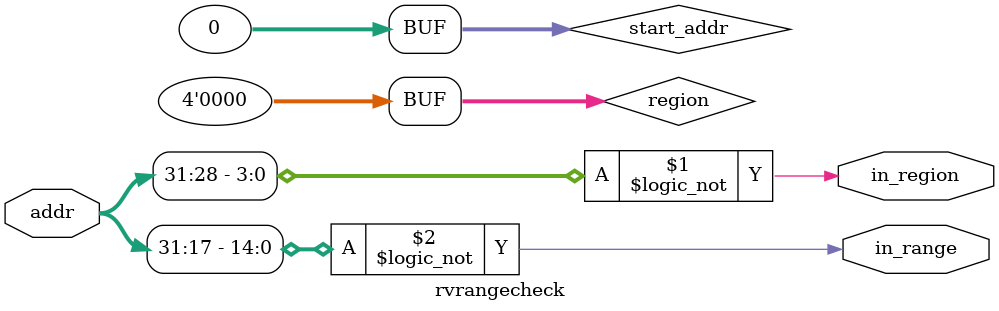
<source format=sv>


// all flops call the rvdff flop
`timescale 1ns / 1ps


//




module rvdffsc #( parameter WIDTH=1 )
	 ( 
		 input logic [WIDTH-1:0] din,
		 input logic             en,
		 input logic             clear,
		 input logic    	   clk,
		 input logic	           rst_l,
		 output logic [WIDTH-1:0] dout
		 );

	 logic [WIDTH-1:0] 	      din_new;
	 assign din_new = {WIDTH{~clear}} & (en ? din[WIDTH-1:0] : dout[WIDTH-1:0]);
	 rvdff #(WIDTH) dffsc (.din(din_new[WIDTH-1:0]), .*);

endmodule 

module rvdff #( parameter WIDTH=1 )
	 (
		 input logic [WIDTH-1:0] din,
		 input logic           clk,
 //    input logic           en,
		 input logic                   rst_l,

		 output logic [WIDTH-1:0] dout
		 );







	 always_ff @(posedge clk or posedge rst_l) begin    //changed by me from active low to high  negedge
			if (rst_l == 1)
				dout[WIDTH-1:0] <= 32'd0;
			else if(rst_l == 0)
				dout[WIDTH-1:0] <= din[WIDTH-1:0];
			 else
			 dout[WIDTH-1:0] <= dout[WIDTH-1:0];
	 end


endmodule

// rvdff with 2:1 input mux to flop din iff sel==1
module rvdffs #( parameter WIDTH=1 )
	 (
		 input logic [WIDTH-1:0] din,
		 input logic             en,
		 input logic           clk,
		 input logic                   rst_l,
		 output logic [WIDTH-1:0] dout
		 );

	 //rvdff #(WIDTH) dffs (.din((en) ? din[WIDTH-1:0] : dout[WIDTH-1:0]), .*);
	 rvdff #(WIDTH) dffs (.din(din), .*);

endmodule



// versions with clock enables .clken to assist in RV_FPGA_OPTIMIZE
module rvdff_fpga #( parameter WIDTH=1 )
	 (
		 input logic [WIDTH-1:0] din,
		 input logic           clk,
		 input logic           clken,
		 input logic           rawclk,
		 input logic           rst_l,
		 input logic           scan_mode,

		 output logic [WIDTH-1:0] dout
		 );

		rvdffs #(WIDTH) dffs (.clk(rawclk), .en(clken), .*);



endmodule

// rvdff with 2:1 input mux to flop din iff sel==1
module rvdffs_fpga #( parameter WIDTH=1 )
	 (
		 input logic [WIDTH-1:0] din,
		 input logic             en,
		 input logic           clk,
		 input logic           clken,
		 input logic           rawclk,
		 input logic           rst_l,
		 input logic           scan_mode,
		 output logic [WIDTH-1:0] dout
		 );

	 rvdffs #(WIDTH)   dffs (.clk(rawclk), .en(clken), .*);     //en coment by me

endmodule

// rvdff with en and clear
module rvdffsc_fpga #( parameter WIDTH=1 )
	 (
		 input logic [WIDTH-1:0] din,
		 input logic             en,
		 input logic             clear,
		 input logic             clk,
		 input logic             clken,
		 input logic             rawclk,
		 input logic             rst_l,
		 input logic             scan_mode,
		 output logic [WIDTH-1:0] dout
		 );


	 rvdffsc #(WIDTH)   dffsc (.*);

endmodule

module TEC_RV_ICG
	(
	 input logic TE, E, CP,
	 output Q 
	 );

	 logic  en_ff;
	 logic  enable;
	 
	 assign      enable = E | TE;





   
	 always @(CP, enable) begin
			if(!CP)
				en_ff = enable;
	 end

	 assign Q = CP & en_ff;

endmodule



module rvclkhdr
	(
	 input  logic en,
	 input  logic clk,
	 input  logic scan_mode,
	 output logic l1clk
	 );

	 logic        TE;
	 assign       TE = scan_mode;

	 TEC_RV_ICG clkhdr ( .*, .E(en), .CP(clk), .Q(l1clk));   //by me TEC_RV_ICG to abc

endmodule // rvclkhdr


module rvdffe #( parameter WIDTH=1, parameter OVERRIDE=0 )
	 (
		 input  logic [WIDTH-1:0] din,
		 input  logic           en,
		 input  logic           clk,
		 input  logic           rst_l,
		 input  logic             scan_mode,
		 output logic [WIDTH-1:0] dout
		 );

	 logic                      l1clk;



	 if (WIDTH >= 8 || OVERRIDE==1) begin: genblock



			rvdffs #(WIDTH) dff ( .* );






	 end
	 else
			$error("%m: rvdffe width must be >= 8");



endmodule // rvdffe

// Check if the S_ADDR <= addr < E_ADDR
module rvrangecheck  #(CCM_SADR = 32'h0,
											 CCM_SIZE  = 128) (
	 input  logic [31:0]   addr,                             // Address to be checked for range
	 output logic          in_range,                            // S_ADDR <= start_addr < E_ADDR
	 output logic          in_region
);

	 localparam REGION_BITS = 4;
	 localparam MASK_BITS = 10 + $clog2(CCM_SIZE);

	 logic [31:0]          start_addr;
	 logic [3:0]           region;

	 assign start_addr[31:0]        = CCM_SADR;
	 assign region[REGION_BITS-1:0] = start_addr[31:(32-REGION_BITS)];

	 assign in_region = (addr[31:(32-REGION_BITS)] == region[REGION_BITS-1:0]);
	 if (CCM_SIZE  == 48)
		assign in_range  = (addr[31:MASK_BITS] == start_addr[31:MASK_BITS]) & ~(&addr[MASK_BITS-1 : MASK_BITS-2]);
	 else
		assign in_range  = (addr[31:MASK_BITS] == start_addr[31:MASK_BITS]);

endmodule  // rvrangechecker
</source>
